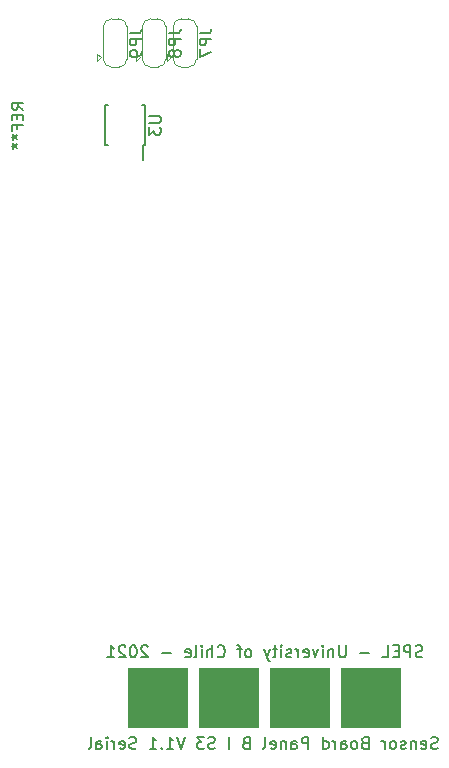
<source format=gbr>
G04 #@! TF.GenerationSoftware,KiCad,Pcbnew,(5.1.2)-2*
G04 #@! TF.CreationDate,2022-01-19T07:15:10-03:00*
G04 #@! TF.ProjectId,MAG_Plus,4d41475f-506c-4757-932e-6b696361645f,rev?*
G04 #@! TF.SameCoordinates,Original*
G04 #@! TF.FileFunction,Legend,Bot*
G04 #@! TF.FilePolarity,Positive*
%FSLAX46Y46*%
G04 Gerber Fmt 4.6, Leading zero omitted, Abs format (unit mm)*
G04 Created by KiCad (PCBNEW (5.1.2)-2) date 2022-01-19 07:15:10*
%MOMM*%
%LPD*%
G04 APERTURE LIST*
%ADD10C,0.100000*%
%ADD11C,0.150000*%
%ADD12C,0.120000*%
G04 APERTURE END LIST*
D10*
G36*
X65220000Y-91110000D02*
G01*
X60220000Y-91110000D01*
X60220000Y-86110000D01*
X65220000Y-86110000D01*
X65220000Y-91110000D01*
G37*
X65220000Y-91110000D02*
X60220000Y-91110000D01*
X60220000Y-86110000D01*
X65220000Y-86110000D01*
X65220000Y-91110000D01*
G36*
X59220000Y-91110000D02*
G01*
X54220000Y-91110000D01*
X54220000Y-86110000D01*
X59220000Y-86110000D01*
X59220000Y-91110000D01*
G37*
X59220000Y-91110000D02*
X54220000Y-91110000D01*
X54220000Y-86110000D01*
X59220000Y-86110000D01*
X59220000Y-91110000D01*
G36*
X53220000Y-91110000D02*
G01*
X48220000Y-91110000D01*
X48220000Y-86110000D01*
X53220000Y-86110000D01*
X53220000Y-91110000D01*
G37*
X53220000Y-91110000D02*
X48220000Y-91110000D01*
X48220000Y-86110000D01*
X53220000Y-86110000D01*
X53220000Y-91110000D01*
G36*
X47220000Y-91110000D02*
G01*
X42220000Y-91110000D01*
X42220000Y-86110000D01*
X47220000Y-86110000D01*
X47220000Y-91110000D01*
G37*
X47220000Y-91110000D02*
X42220000Y-91110000D01*
X42220000Y-86110000D01*
X47220000Y-86110000D01*
X47220000Y-91110000D01*
D11*
X67103333Y-85164761D02*
X66960476Y-85212380D01*
X66722380Y-85212380D01*
X66627142Y-85164761D01*
X66579523Y-85117142D01*
X66531904Y-85021904D01*
X66531904Y-84926666D01*
X66579523Y-84831428D01*
X66627142Y-84783809D01*
X66722380Y-84736190D01*
X66912857Y-84688571D01*
X67008095Y-84640952D01*
X67055714Y-84593333D01*
X67103333Y-84498095D01*
X67103333Y-84402857D01*
X67055714Y-84307619D01*
X67008095Y-84260000D01*
X66912857Y-84212380D01*
X66674761Y-84212380D01*
X66531904Y-84260000D01*
X66103333Y-85212380D02*
X66103333Y-84212380D01*
X65722380Y-84212380D01*
X65627142Y-84260000D01*
X65579523Y-84307619D01*
X65531904Y-84402857D01*
X65531904Y-84545714D01*
X65579523Y-84640952D01*
X65627142Y-84688571D01*
X65722380Y-84736190D01*
X66103333Y-84736190D01*
X65103333Y-84688571D02*
X64770000Y-84688571D01*
X64627142Y-85212380D02*
X65103333Y-85212380D01*
X65103333Y-84212380D01*
X64627142Y-84212380D01*
X63722380Y-85212380D02*
X64198571Y-85212380D01*
X64198571Y-84212380D01*
X62627142Y-84831428D02*
X61865238Y-84831428D01*
X60627142Y-84212380D02*
X60627142Y-85021904D01*
X60579523Y-85117142D01*
X60531904Y-85164761D01*
X60436666Y-85212380D01*
X60246190Y-85212380D01*
X60150952Y-85164761D01*
X60103333Y-85117142D01*
X60055714Y-85021904D01*
X60055714Y-84212380D01*
X59579523Y-84545714D02*
X59579523Y-85212380D01*
X59579523Y-84640952D02*
X59531904Y-84593333D01*
X59436666Y-84545714D01*
X59293809Y-84545714D01*
X59198571Y-84593333D01*
X59150952Y-84688571D01*
X59150952Y-85212380D01*
X58674761Y-85212380D02*
X58674761Y-84545714D01*
X58674761Y-84212380D02*
X58722380Y-84260000D01*
X58674761Y-84307619D01*
X58627142Y-84260000D01*
X58674761Y-84212380D01*
X58674761Y-84307619D01*
X58293809Y-84545714D02*
X58055714Y-85212380D01*
X57817619Y-84545714D01*
X57055714Y-85164761D02*
X57150952Y-85212380D01*
X57341428Y-85212380D01*
X57436666Y-85164761D01*
X57484285Y-85069523D01*
X57484285Y-84688571D01*
X57436666Y-84593333D01*
X57341428Y-84545714D01*
X57150952Y-84545714D01*
X57055714Y-84593333D01*
X57008095Y-84688571D01*
X57008095Y-84783809D01*
X57484285Y-84879047D01*
X56579523Y-85212380D02*
X56579523Y-84545714D01*
X56579523Y-84736190D02*
X56531904Y-84640952D01*
X56484285Y-84593333D01*
X56389047Y-84545714D01*
X56293809Y-84545714D01*
X56008095Y-85164761D02*
X55912857Y-85212380D01*
X55722380Y-85212380D01*
X55627142Y-85164761D01*
X55579523Y-85069523D01*
X55579523Y-85021904D01*
X55627142Y-84926666D01*
X55722380Y-84879047D01*
X55865238Y-84879047D01*
X55960476Y-84831428D01*
X56008095Y-84736190D01*
X56008095Y-84688571D01*
X55960476Y-84593333D01*
X55865238Y-84545714D01*
X55722380Y-84545714D01*
X55627142Y-84593333D01*
X55150952Y-85212380D02*
X55150952Y-84545714D01*
X55150952Y-84212380D02*
X55198571Y-84260000D01*
X55150952Y-84307619D01*
X55103333Y-84260000D01*
X55150952Y-84212380D01*
X55150952Y-84307619D01*
X54817619Y-84545714D02*
X54436666Y-84545714D01*
X54674761Y-84212380D02*
X54674761Y-85069523D01*
X54627142Y-85164761D01*
X54531904Y-85212380D01*
X54436666Y-85212380D01*
X54198571Y-84545714D02*
X53960476Y-85212380D01*
X53722380Y-84545714D02*
X53960476Y-85212380D01*
X54055714Y-85450476D01*
X54103333Y-85498095D01*
X54198571Y-85545714D01*
X52436666Y-85212380D02*
X52531904Y-85164761D01*
X52579523Y-85117142D01*
X52627142Y-85021904D01*
X52627142Y-84736190D01*
X52579523Y-84640952D01*
X52531904Y-84593333D01*
X52436666Y-84545714D01*
X52293809Y-84545714D01*
X52198571Y-84593333D01*
X52150952Y-84640952D01*
X52103333Y-84736190D01*
X52103333Y-85021904D01*
X52150952Y-85117142D01*
X52198571Y-85164761D01*
X52293809Y-85212380D01*
X52436666Y-85212380D01*
X51817619Y-84545714D02*
X51436666Y-84545714D01*
X51674761Y-85212380D02*
X51674761Y-84355238D01*
X51627142Y-84260000D01*
X51531904Y-84212380D01*
X51436666Y-84212380D01*
X49770000Y-85117142D02*
X49817619Y-85164761D01*
X49960476Y-85212380D01*
X50055714Y-85212380D01*
X50198571Y-85164761D01*
X50293809Y-85069523D01*
X50341428Y-84974285D01*
X50389047Y-84783809D01*
X50389047Y-84640952D01*
X50341428Y-84450476D01*
X50293809Y-84355238D01*
X50198571Y-84260000D01*
X50055714Y-84212380D01*
X49960476Y-84212380D01*
X49817619Y-84260000D01*
X49770000Y-84307619D01*
X49341428Y-85212380D02*
X49341428Y-84212380D01*
X48912857Y-85212380D02*
X48912857Y-84688571D01*
X48960476Y-84593333D01*
X49055714Y-84545714D01*
X49198571Y-84545714D01*
X49293809Y-84593333D01*
X49341428Y-84640952D01*
X48436666Y-85212380D02*
X48436666Y-84545714D01*
X48436666Y-84212380D02*
X48484285Y-84260000D01*
X48436666Y-84307619D01*
X48389047Y-84260000D01*
X48436666Y-84212380D01*
X48436666Y-84307619D01*
X47817619Y-85212380D02*
X47912857Y-85164761D01*
X47960476Y-85069523D01*
X47960476Y-84212380D01*
X47055714Y-85164761D02*
X47150952Y-85212380D01*
X47341428Y-85212380D01*
X47436666Y-85164761D01*
X47484285Y-85069523D01*
X47484285Y-84688571D01*
X47436666Y-84593333D01*
X47341428Y-84545714D01*
X47150952Y-84545714D01*
X47055714Y-84593333D01*
X47008095Y-84688571D01*
X47008095Y-84783809D01*
X47484285Y-84879047D01*
X45817619Y-84831428D02*
X45055714Y-84831428D01*
X43865238Y-84307619D02*
X43817619Y-84260000D01*
X43722380Y-84212380D01*
X43484285Y-84212380D01*
X43389047Y-84260000D01*
X43341428Y-84307619D01*
X43293809Y-84402857D01*
X43293809Y-84498095D01*
X43341428Y-84640952D01*
X43912857Y-85212380D01*
X43293809Y-85212380D01*
X42674761Y-84212380D02*
X42579523Y-84212380D01*
X42484285Y-84260000D01*
X42436666Y-84307619D01*
X42389047Y-84402857D01*
X42341428Y-84593333D01*
X42341428Y-84831428D01*
X42389047Y-85021904D01*
X42436666Y-85117142D01*
X42484285Y-85164761D01*
X42579523Y-85212380D01*
X42674761Y-85212380D01*
X42770000Y-85164761D01*
X42817619Y-85117142D01*
X42865238Y-85021904D01*
X42912857Y-84831428D01*
X42912857Y-84593333D01*
X42865238Y-84402857D01*
X42817619Y-84307619D01*
X42770000Y-84260000D01*
X42674761Y-84212380D01*
X41960476Y-84307619D02*
X41912857Y-84260000D01*
X41817619Y-84212380D01*
X41579523Y-84212380D01*
X41484285Y-84260000D01*
X41436666Y-84307619D01*
X41389047Y-84402857D01*
X41389047Y-84498095D01*
X41436666Y-84640952D01*
X42008095Y-85212380D01*
X41389047Y-85212380D01*
X40436666Y-85212380D02*
X41008095Y-85212380D01*
X40722380Y-85212380D02*
X40722380Y-84212380D01*
X40817619Y-84355238D01*
X40912857Y-84450476D01*
X41008095Y-84498095D01*
X68408095Y-92914761D02*
X68265238Y-92962380D01*
X68027142Y-92962380D01*
X67931904Y-92914761D01*
X67884285Y-92867142D01*
X67836666Y-92771904D01*
X67836666Y-92676666D01*
X67884285Y-92581428D01*
X67931904Y-92533809D01*
X68027142Y-92486190D01*
X68217619Y-92438571D01*
X68312857Y-92390952D01*
X68360476Y-92343333D01*
X68408095Y-92248095D01*
X68408095Y-92152857D01*
X68360476Y-92057619D01*
X68312857Y-92010000D01*
X68217619Y-91962380D01*
X67979523Y-91962380D01*
X67836666Y-92010000D01*
X67027142Y-92914761D02*
X67122380Y-92962380D01*
X67312857Y-92962380D01*
X67408095Y-92914761D01*
X67455714Y-92819523D01*
X67455714Y-92438571D01*
X67408095Y-92343333D01*
X67312857Y-92295714D01*
X67122380Y-92295714D01*
X67027142Y-92343333D01*
X66979523Y-92438571D01*
X66979523Y-92533809D01*
X67455714Y-92629047D01*
X66550952Y-92295714D02*
X66550952Y-92962380D01*
X66550952Y-92390952D02*
X66503333Y-92343333D01*
X66408095Y-92295714D01*
X66265238Y-92295714D01*
X66170000Y-92343333D01*
X66122380Y-92438571D01*
X66122380Y-92962380D01*
X65693809Y-92914761D02*
X65598571Y-92962380D01*
X65408095Y-92962380D01*
X65312857Y-92914761D01*
X65265238Y-92819523D01*
X65265238Y-92771904D01*
X65312857Y-92676666D01*
X65408095Y-92629047D01*
X65550952Y-92629047D01*
X65646190Y-92581428D01*
X65693809Y-92486190D01*
X65693809Y-92438571D01*
X65646190Y-92343333D01*
X65550952Y-92295714D01*
X65408095Y-92295714D01*
X65312857Y-92343333D01*
X64693809Y-92962380D02*
X64789047Y-92914761D01*
X64836666Y-92867142D01*
X64884285Y-92771904D01*
X64884285Y-92486190D01*
X64836666Y-92390952D01*
X64789047Y-92343333D01*
X64693809Y-92295714D01*
X64550952Y-92295714D01*
X64455714Y-92343333D01*
X64408095Y-92390952D01*
X64360476Y-92486190D01*
X64360476Y-92771904D01*
X64408095Y-92867142D01*
X64455714Y-92914761D01*
X64550952Y-92962380D01*
X64693809Y-92962380D01*
X63931904Y-92962380D02*
X63931904Y-92295714D01*
X63931904Y-92486190D02*
X63884285Y-92390952D01*
X63836666Y-92343333D01*
X63741428Y-92295714D01*
X63646190Y-92295714D01*
X62217619Y-92438571D02*
X62074761Y-92486190D01*
X62027142Y-92533809D01*
X61979523Y-92629047D01*
X61979523Y-92771904D01*
X62027142Y-92867142D01*
X62074761Y-92914761D01*
X62170000Y-92962380D01*
X62550952Y-92962380D01*
X62550952Y-91962380D01*
X62217619Y-91962380D01*
X62122380Y-92010000D01*
X62074761Y-92057619D01*
X62027142Y-92152857D01*
X62027142Y-92248095D01*
X62074761Y-92343333D01*
X62122380Y-92390952D01*
X62217619Y-92438571D01*
X62550952Y-92438571D01*
X61408095Y-92962380D02*
X61503333Y-92914761D01*
X61550952Y-92867142D01*
X61598571Y-92771904D01*
X61598571Y-92486190D01*
X61550952Y-92390952D01*
X61503333Y-92343333D01*
X61408095Y-92295714D01*
X61265238Y-92295714D01*
X61170000Y-92343333D01*
X61122380Y-92390952D01*
X61074761Y-92486190D01*
X61074761Y-92771904D01*
X61122380Y-92867142D01*
X61170000Y-92914761D01*
X61265238Y-92962380D01*
X61408095Y-92962380D01*
X60217619Y-92962380D02*
X60217619Y-92438571D01*
X60265238Y-92343333D01*
X60360476Y-92295714D01*
X60550952Y-92295714D01*
X60646190Y-92343333D01*
X60217619Y-92914761D02*
X60312857Y-92962380D01*
X60550952Y-92962380D01*
X60646190Y-92914761D01*
X60693809Y-92819523D01*
X60693809Y-92724285D01*
X60646190Y-92629047D01*
X60550952Y-92581428D01*
X60312857Y-92581428D01*
X60217619Y-92533809D01*
X59741428Y-92962380D02*
X59741428Y-92295714D01*
X59741428Y-92486190D02*
X59693809Y-92390952D01*
X59646190Y-92343333D01*
X59550952Y-92295714D01*
X59455714Y-92295714D01*
X58693809Y-92962380D02*
X58693809Y-91962380D01*
X58693809Y-92914761D02*
X58789047Y-92962380D01*
X58979523Y-92962380D01*
X59074761Y-92914761D01*
X59122380Y-92867142D01*
X59170000Y-92771904D01*
X59170000Y-92486190D01*
X59122380Y-92390952D01*
X59074761Y-92343333D01*
X58979523Y-92295714D01*
X58789047Y-92295714D01*
X58693809Y-92343333D01*
X57455714Y-92962380D02*
X57455714Y-91962380D01*
X57074761Y-91962380D01*
X56979523Y-92010000D01*
X56931904Y-92057619D01*
X56884285Y-92152857D01*
X56884285Y-92295714D01*
X56931904Y-92390952D01*
X56979523Y-92438571D01*
X57074761Y-92486190D01*
X57455714Y-92486190D01*
X56027142Y-92962380D02*
X56027142Y-92438571D01*
X56074761Y-92343333D01*
X56170000Y-92295714D01*
X56360476Y-92295714D01*
X56455714Y-92343333D01*
X56027142Y-92914761D02*
X56122380Y-92962380D01*
X56360476Y-92962380D01*
X56455714Y-92914761D01*
X56503333Y-92819523D01*
X56503333Y-92724285D01*
X56455714Y-92629047D01*
X56360476Y-92581428D01*
X56122380Y-92581428D01*
X56027142Y-92533809D01*
X55550952Y-92295714D02*
X55550952Y-92962380D01*
X55550952Y-92390952D02*
X55503333Y-92343333D01*
X55408095Y-92295714D01*
X55265238Y-92295714D01*
X55170000Y-92343333D01*
X55122380Y-92438571D01*
X55122380Y-92962380D01*
X54265238Y-92914761D02*
X54360476Y-92962380D01*
X54550952Y-92962380D01*
X54646190Y-92914761D01*
X54693809Y-92819523D01*
X54693809Y-92438571D01*
X54646190Y-92343333D01*
X54550952Y-92295714D01*
X54360476Y-92295714D01*
X54265238Y-92343333D01*
X54217619Y-92438571D01*
X54217619Y-92533809D01*
X54693809Y-92629047D01*
X53646190Y-92962380D02*
X53741428Y-92914761D01*
X53789047Y-92819523D01*
X53789047Y-91962380D01*
X52170000Y-92438571D02*
X52027142Y-92486190D01*
X51979523Y-92533809D01*
X51931904Y-92629047D01*
X51931904Y-92771904D01*
X51979523Y-92867142D01*
X52027142Y-92914761D01*
X52122380Y-92962380D01*
X52503333Y-92962380D01*
X52503333Y-91962380D01*
X52170000Y-91962380D01*
X52074761Y-92010000D01*
X52027142Y-92057619D01*
X51979523Y-92152857D01*
X51979523Y-92248095D01*
X52027142Y-92343333D01*
X52074761Y-92390952D01*
X52170000Y-92438571D01*
X52503333Y-92438571D01*
X50741428Y-92962380D02*
X50741428Y-91962380D01*
X49550952Y-92914761D02*
X49408095Y-92962380D01*
X49170000Y-92962380D01*
X49074761Y-92914761D01*
X49027142Y-92867142D01*
X48979523Y-92771904D01*
X48979523Y-92676666D01*
X49027142Y-92581428D01*
X49074761Y-92533809D01*
X49170000Y-92486190D01*
X49360476Y-92438571D01*
X49455714Y-92390952D01*
X49503333Y-92343333D01*
X49550952Y-92248095D01*
X49550952Y-92152857D01*
X49503333Y-92057619D01*
X49455714Y-92010000D01*
X49360476Y-91962380D01*
X49122380Y-91962380D01*
X48979523Y-92010000D01*
X48646190Y-91962380D02*
X48027142Y-91962380D01*
X48360476Y-92343333D01*
X48217619Y-92343333D01*
X48122380Y-92390952D01*
X48074761Y-92438571D01*
X48027142Y-92533809D01*
X48027142Y-92771904D01*
X48074761Y-92867142D01*
X48122380Y-92914761D01*
X48217619Y-92962380D01*
X48503333Y-92962380D01*
X48598571Y-92914761D01*
X48646190Y-92867142D01*
X46979523Y-91962380D02*
X46646190Y-92962380D01*
X46312857Y-91962380D01*
X45455714Y-92962380D02*
X46027142Y-92962380D01*
X45741428Y-92962380D02*
X45741428Y-91962380D01*
X45836666Y-92105238D01*
X45931904Y-92200476D01*
X46027142Y-92248095D01*
X45027142Y-92867142D02*
X44979523Y-92914761D01*
X45027142Y-92962380D01*
X45074761Y-92914761D01*
X45027142Y-92867142D01*
X45027142Y-92962380D01*
X44027142Y-92962380D02*
X44598571Y-92962380D01*
X44312857Y-92962380D02*
X44312857Y-91962380D01*
X44408095Y-92105238D01*
X44503333Y-92200476D01*
X44598571Y-92248095D01*
X42884285Y-92914761D02*
X42741428Y-92962380D01*
X42503333Y-92962380D01*
X42408095Y-92914761D01*
X42360476Y-92867142D01*
X42312857Y-92771904D01*
X42312857Y-92676666D01*
X42360476Y-92581428D01*
X42408095Y-92533809D01*
X42503333Y-92486190D01*
X42693809Y-92438571D01*
X42789047Y-92390952D01*
X42836666Y-92343333D01*
X42884285Y-92248095D01*
X42884285Y-92152857D01*
X42836666Y-92057619D01*
X42789047Y-92010000D01*
X42693809Y-91962380D01*
X42455714Y-91962380D01*
X42312857Y-92010000D01*
X41503333Y-92914761D02*
X41598571Y-92962380D01*
X41789047Y-92962380D01*
X41884285Y-92914761D01*
X41931904Y-92819523D01*
X41931904Y-92438571D01*
X41884285Y-92343333D01*
X41789047Y-92295714D01*
X41598571Y-92295714D01*
X41503333Y-92343333D01*
X41455714Y-92438571D01*
X41455714Y-92533809D01*
X41931904Y-92629047D01*
X41027142Y-92962380D02*
X41027142Y-92295714D01*
X41027142Y-92486190D02*
X40979523Y-92390952D01*
X40931904Y-92343333D01*
X40836666Y-92295714D01*
X40741428Y-92295714D01*
X40408095Y-92962380D02*
X40408095Y-92295714D01*
X40408095Y-91962380D02*
X40455714Y-92010000D01*
X40408095Y-92057619D01*
X40360476Y-92010000D01*
X40408095Y-91962380D01*
X40408095Y-92057619D01*
X39503333Y-92962380D02*
X39503333Y-92438571D01*
X39550952Y-92343333D01*
X39646190Y-92295714D01*
X39836666Y-92295714D01*
X39931904Y-92343333D01*
X39503333Y-92914761D02*
X39598571Y-92962380D01*
X39836666Y-92962380D01*
X39931904Y-92914761D01*
X39979523Y-92819523D01*
X39979523Y-92724285D01*
X39931904Y-92629047D01*
X39836666Y-92581428D01*
X39598571Y-92581428D01*
X39503333Y-92533809D01*
X38884285Y-92962380D02*
X38979523Y-92914761D01*
X39027142Y-92819523D01*
X39027142Y-91962380D01*
D12*
X45800000Y-34400000D02*
X45500000Y-34100000D01*
X45500000Y-34700000D02*
X45500000Y-34100000D01*
X45800000Y-34400000D02*
X45500000Y-34700000D01*
X46700000Y-35250000D02*
X47300000Y-35250000D01*
X46000000Y-31800000D02*
X46000000Y-34600000D01*
X47300000Y-31150000D02*
X46700000Y-31150000D01*
X48000000Y-34600000D02*
X48000000Y-31800000D01*
X48000000Y-31850000D02*
G75*
G03X47300000Y-31150000I-700000J0D01*
G01*
X46700000Y-31150000D02*
G75*
G03X46000000Y-31850000I0J-700000D01*
G01*
X46000000Y-34550000D02*
G75*
G03X46700000Y-35250000I700000J0D01*
G01*
X47300000Y-35250000D02*
G75*
G03X48000000Y-34550000I0J700000D01*
G01*
X44700000Y-35250000D02*
G75*
G03X45400000Y-34550000I0J700000D01*
G01*
X43400000Y-34550000D02*
G75*
G03X44100000Y-35250000I700000J0D01*
G01*
X44100000Y-31150000D02*
G75*
G03X43400000Y-31850000I0J-700000D01*
G01*
X45400000Y-31850000D02*
G75*
G03X44700000Y-31150000I-700000J0D01*
G01*
X45400000Y-34600000D02*
X45400000Y-31800000D01*
X44700000Y-31150000D02*
X44100000Y-31150000D01*
X43400000Y-31800000D02*
X43400000Y-34600000D01*
X44100000Y-35250000D02*
X44700000Y-35250000D01*
X43200000Y-34400000D02*
X42900000Y-34700000D01*
X42900000Y-34700000D02*
X42900000Y-34100000D01*
X43200000Y-34400000D02*
X42900000Y-34100000D01*
X39900000Y-34400000D02*
X39600000Y-34100000D01*
X39600000Y-34700000D02*
X39600000Y-34100000D01*
X39900000Y-34400000D02*
X39600000Y-34700000D01*
X40800000Y-35250000D02*
X41400000Y-35250000D01*
X40100000Y-31800000D02*
X40100000Y-34600000D01*
X41400000Y-31150000D02*
X40800000Y-31150000D01*
X42100000Y-34600000D02*
X42100000Y-31800000D01*
X42100000Y-31850000D02*
G75*
G03X41400000Y-31150000I-700000J0D01*
G01*
X40800000Y-31150000D02*
G75*
G03X40100000Y-31850000I0J-700000D01*
G01*
X40100000Y-34550000D02*
G75*
G03X40800000Y-35250000I700000J0D01*
G01*
X41400000Y-35250000D02*
G75*
G03X42100000Y-34550000I0J700000D01*
G01*
D11*
X43420000Y-41825000D02*
X43420000Y-43075000D01*
X40245000Y-41825000D02*
X40245000Y-38475000D01*
X43595000Y-41825000D02*
X43595000Y-38475000D01*
X40245000Y-41825000D02*
X40495000Y-41825000D01*
X40245000Y-38475000D02*
X40495000Y-38475000D01*
X43595000Y-38475000D02*
X43345000Y-38475000D01*
X43595000Y-41825000D02*
X43420000Y-41825000D01*
X33332380Y-38836666D02*
X32856190Y-38503333D01*
X33332380Y-38265238D02*
X32332380Y-38265238D01*
X32332380Y-38646190D01*
X32380000Y-38741428D01*
X32427619Y-38789047D01*
X32522857Y-38836666D01*
X32665714Y-38836666D01*
X32760952Y-38789047D01*
X32808571Y-38741428D01*
X32856190Y-38646190D01*
X32856190Y-38265238D01*
X32808571Y-39265238D02*
X32808571Y-39598571D01*
X33332380Y-39741428D02*
X33332380Y-39265238D01*
X32332380Y-39265238D01*
X32332380Y-39741428D01*
X32808571Y-40503333D02*
X32808571Y-40170000D01*
X33332380Y-40170000D02*
X32332380Y-40170000D01*
X32332380Y-40646190D01*
X32332380Y-41170000D02*
X32570476Y-41170000D01*
X32475238Y-40931904D02*
X32570476Y-41170000D01*
X32475238Y-41408095D01*
X32760952Y-41027142D02*
X32570476Y-41170000D01*
X32760952Y-41312857D01*
X32332380Y-41931904D02*
X32570476Y-41931904D01*
X32475238Y-41693809D02*
X32570476Y-41931904D01*
X32475238Y-42170000D01*
X32760952Y-41789047D02*
X32570476Y-41931904D01*
X32760952Y-42074761D01*
X48252380Y-32366666D02*
X48966666Y-32366666D01*
X49109523Y-32319047D01*
X49204761Y-32223809D01*
X49252380Y-32080952D01*
X49252380Y-31985714D01*
X49252380Y-32842857D02*
X48252380Y-32842857D01*
X48252380Y-33223809D01*
X48300000Y-33319047D01*
X48347619Y-33366666D01*
X48442857Y-33414285D01*
X48585714Y-33414285D01*
X48680952Y-33366666D01*
X48728571Y-33319047D01*
X48776190Y-33223809D01*
X48776190Y-32842857D01*
X48252380Y-33747619D02*
X48252380Y-34414285D01*
X49252380Y-33985714D01*
X45652380Y-32366666D02*
X46366666Y-32366666D01*
X46509523Y-32319047D01*
X46604761Y-32223809D01*
X46652380Y-32080952D01*
X46652380Y-31985714D01*
X46652380Y-32842857D02*
X45652380Y-32842857D01*
X45652380Y-33223809D01*
X45700000Y-33319047D01*
X45747619Y-33366666D01*
X45842857Y-33414285D01*
X45985714Y-33414285D01*
X46080952Y-33366666D01*
X46128571Y-33319047D01*
X46176190Y-33223809D01*
X46176190Y-32842857D01*
X46080952Y-33985714D02*
X46033333Y-33890476D01*
X45985714Y-33842857D01*
X45890476Y-33795238D01*
X45842857Y-33795238D01*
X45747619Y-33842857D01*
X45700000Y-33890476D01*
X45652380Y-33985714D01*
X45652380Y-34176190D01*
X45700000Y-34271428D01*
X45747619Y-34319047D01*
X45842857Y-34366666D01*
X45890476Y-34366666D01*
X45985714Y-34319047D01*
X46033333Y-34271428D01*
X46080952Y-34176190D01*
X46080952Y-33985714D01*
X46128571Y-33890476D01*
X46176190Y-33842857D01*
X46271428Y-33795238D01*
X46461904Y-33795238D01*
X46557142Y-33842857D01*
X46604761Y-33890476D01*
X46652380Y-33985714D01*
X46652380Y-34176190D01*
X46604761Y-34271428D01*
X46557142Y-34319047D01*
X46461904Y-34366666D01*
X46271428Y-34366666D01*
X46176190Y-34319047D01*
X46128571Y-34271428D01*
X46080952Y-34176190D01*
X42352380Y-32366666D02*
X43066666Y-32366666D01*
X43209523Y-32319047D01*
X43304761Y-32223809D01*
X43352380Y-32080952D01*
X43352380Y-31985714D01*
X43352380Y-32842857D02*
X42352380Y-32842857D01*
X42352380Y-33223809D01*
X42400000Y-33319047D01*
X42447619Y-33366666D01*
X42542857Y-33414285D01*
X42685714Y-33414285D01*
X42780952Y-33366666D01*
X42828571Y-33319047D01*
X42876190Y-33223809D01*
X42876190Y-32842857D01*
X43352380Y-33890476D02*
X43352380Y-34080952D01*
X43304761Y-34176190D01*
X43257142Y-34223809D01*
X43114285Y-34319047D01*
X42923809Y-34366666D01*
X42542857Y-34366666D01*
X42447619Y-34319047D01*
X42400000Y-34271428D01*
X42352380Y-34176190D01*
X42352380Y-33985714D01*
X42400000Y-33890476D01*
X42447619Y-33842857D01*
X42542857Y-33795238D01*
X42780952Y-33795238D01*
X42876190Y-33842857D01*
X42923809Y-33890476D01*
X42971428Y-33985714D01*
X42971428Y-34176190D01*
X42923809Y-34271428D01*
X42876190Y-34319047D01*
X42780952Y-34366666D01*
X43972380Y-39388095D02*
X44781904Y-39388095D01*
X44877142Y-39435714D01*
X44924761Y-39483333D01*
X44972380Y-39578571D01*
X44972380Y-39769047D01*
X44924761Y-39864285D01*
X44877142Y-39911904D01*
X44781904Y-39959523D01*
X43972380Y-39959523D01*
X43972380Y-40340476D02*
X43972380Y-40959523D01*
X44353333Y-40626190D01*
X44353333Y-40769047D01*
X44400952Y-40864285D01*
X44448571Y-40911904D01*
X44543809Y-40959523D01*
X44781904Y-40959523D01*
X44877142Y-40911904D01*
X44924761Y-40864285D01*
X44972380Y-40769047D01*
X44972380Y-40483333D01*
X44924761Y-40388095D01*
X44877142Y-40340476D01*
M02*

</source>
